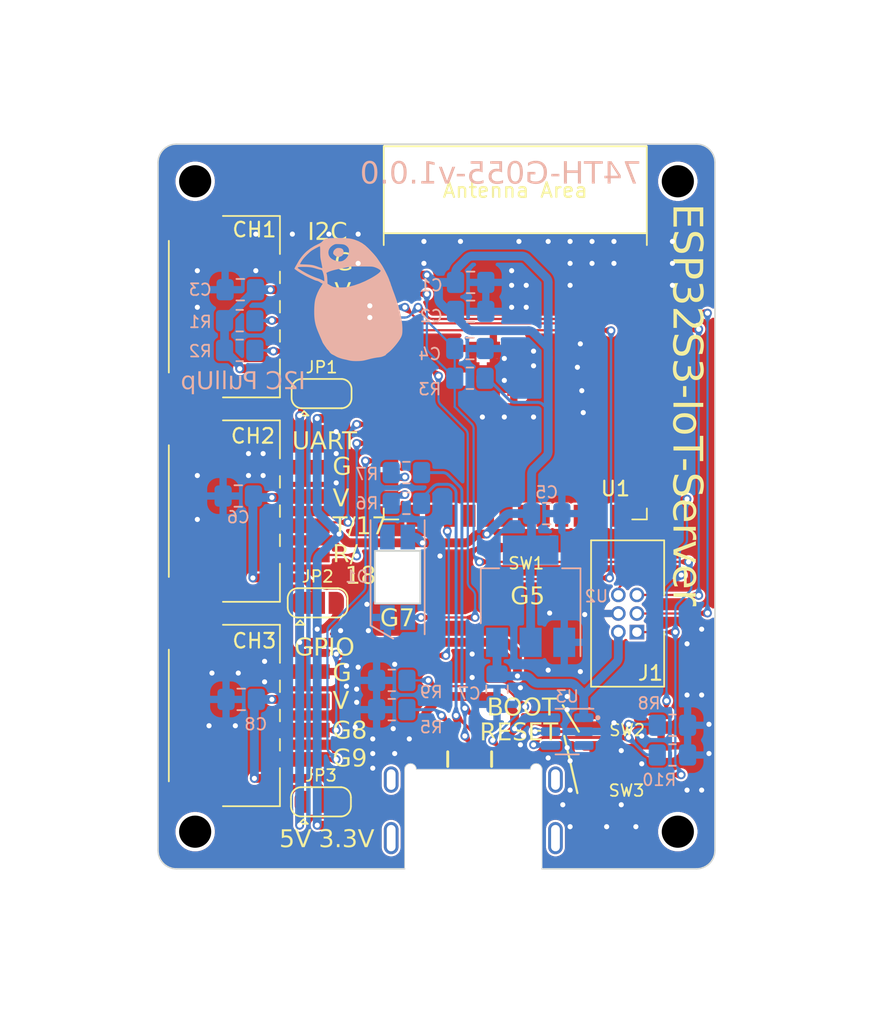
<source format=kicad_pcb>
(kicad_pcb (version 20240108) (generator "pcbnew") (generator_version "8.0")
  (title_block (title "ESP32S3-IoT-Server") (rev "v1.0.0") (company "Atsushi Morimoto (@74th)"))
  (layers (0 "F.Cu" signal) (31 "B.Cu" signal) (34 "B.Paste" user) (35 "F.Paste" user) (36 "B.SilkS" user "B.Silkscreen") (37 "F.SilkS" user "F.Silkscreen") (38 "B.Mask" user) (39 "F.Mask" user) (44 "Edge.Cuts" user))
  (net 0 "")
  (net 1 "+3V3")
  (net 2 "GND")
  (net 3 "+5V")
  (net 4 "/EN")
  (net 5 "Net-(CH1-VCC)")
  (net 6 "Net-(CH2-VCC)")
  (net 7 "Net-(CH3-VCC)")
  (net 9 "/LED")
  (net 10 "Net-(J2-VBUS)")
  (net 11 "/USBD-")
  (net 12 "/USBD+")
  (net 13 "Net-(J2-CC1)")
  (net 14 "Net-(J2-CC2)")
  (net 15 "/BOOT")
  (net 16 "/P.I2C-SCL")
  (net 17 "/P.I2C-SDA")
  (net 18 "/P.UART.RX")
  (net 19 "/P.UART.TX")
  (net 20 "/P.GPIO-D1")
  (net 21 "/P.GPIO-D0")
  (net 22 "/Prog-RX")
  (net 23 "/Prog-TX")
  (net 24 "Net-(U1-GPIO20{slash}U1CTS{slash}ADC2_CH9{slash}CLK_OUT1{slash}USB_D+)")
  (net 25 "Net-(U1-GPIO19{slash}U1RTS{slash}ADC2_CH8{slash}CLK_OUT2{slash}USB_D-)")
  (net 26 "Net-(U3-ISET)")
  (net 27 "Net-(U3-EN#)")
  (net 28 "/SW")
  (footprint "$74th:M2-Hole" (layer "F.Cu") (at 166.37 116.84)
    (property "Reference" "M4" (hide yes))
    (property "Value" "M2-Hole" (hide yes))
  )
  (footprint "74th:Connector_HY-2.0_SMD_4Pin" (layer "F.Cu") (at 140.85 80.96 -90)
    (property "Reference" "CH1")
    (property "Value" "I2C")
  )
  (footprint "74th:Connector_HY-2.0_SMD_4Pin" (layer "F.Cu") (at 140.85 108.9 -90)
    (property "Reference" "CH3")
    (property "Value" "GPIO")
  )
  (footprint "74th:Connector_USB-C-Receptacle_SMT_12-Pin_MidMount_Simple" (layer "F.Cu") (at 152.38 119.38)
    (property "Reference" "J2" (hide yes))
    (property "Value" "USB2.0_C_v3")
    (fp_line (start -4.7 -6.8) (end -4.7 0) (stroke (width 0.05)) (layer "Edge.Cuts"))
    (fp_line (start 3.9 -6.8) (end -3.9 -6.8) (stroke (width 0.05)) (layer "Edge.Cuts"))
    (fp_line (start 4.7 -6.8) (end 4.7 0) (stroke (width 0.05)) (layer "Edge.Cuts"))
    (fp_arc (start -4.7 -6.8) (mid -4.3 -7.193079) (end -3.9 -6.8) (stroke (width 0.05)) (layer "Edge.Cuts"))
    (fp_arc (start 3.9 -6.8) (mid 4.3 -7.193079) (end 4.7 -6.8) (stroke (width 0.05)) (layer "Edge.Cuts"))
  )
  (footprint "74th:Switch_SKRPABE010" (layer "F.Cu") (at 156 98.5)
    (property "Reference" "SW1")
    (property "Value" "G3" (hide yes))
  )
  (footprint "74th:Switch_SKRPABE010" (layer "F.Cu") (at 162.86 114.03 180)
    (property "Reference" "SW3")
    (property "Value" "RST" (hide yes))
  )
  (footprint "74th:SolderJumper-3" (layer "F.Cu") (at 142 86.9)
    (property "Reference" "JP1")
    (property "Value" "Jumper_3_Open")
  )
  (footprint "$74th:M2-Hole" (layer "F.Cu") (at 133.35 116.84)
    (property "Reference" "M3" (hide yes))
    (property "Value" "M2-Hole" (hide yes))
  )
  (footprint "74th:Connector_BoxPinHeader_2x03_P1.27mm" (layer "F.Cu") (at 162.935 101.93 180)
    (property "Reference" "J1")
    (property "Value" "Prog" (hide yes))
  )
  (footprint "74th:SolderJumper-3" (layer "F.Cu") (at 141.732 101.2)
    (property "Reference" "JP2")
    (property "Value" "Jumper_3_Open")
  )
  (footprint "74th:SolderJumper-3" (layer "F.Cu") (at 141.956 114.8)
    (property "Reference" "JP3")
    (property "Value" "Jumper_3_Open")
  )
  (footprint "74th:Switch_SKRPABE010" (layer "F.Cu") (at 162.9 109.9 180)
    (property "Reference" "SW2")
    (property "Value" "BOOT" (hide yes))
  )
  (footprint "$74th:M2-Hole" (layer "F.Cu") (at 166.37 72.39)
    (property "Reference" "M2" (hide yes))
    (property "Value" "M2-Hole" (hide yes))
  )
  (footprint "PCM_Espressif:ESP32-S3-WROOM-1" (layer "F.Cu") (at 155.25 85.75)
    (property "Reference" "U1")
    (property "Value" "ESP32-S3-WROOM-1")
  )
  (footprint "$74th:M2-Hole" (layer "F.Cu") (at 133.35 72.39)
    (property "Reference" "M1" (hide yes))
    (property "Value" "M2-Hole" (hide yes))
  )
  (footprint "74th:Connector_HY-2.0_SMD_4Pin" (layer "F.Cu") (at 140.85 94.93 -90)
    (property "Reference" "CH2")
    (property "Value" "UART")
  )
  (footprint "74th:Capacitor_0805_2012" (layer "B.Cu") (at 136.3 93.9 180)
    (property "Reference" "C6")
    (property "Value" "10u" (hide yes))
  )
  (footprint "74th:Register_0805_2012" (layer "B.Cu") (at 146.8 108.5 180)
    (property "Reference" "R5")
    (property "Value" "5.1k" (hide yes))
  )
  (footprint "74th:Capacitor_0805_2012" (layer "B.Cu") (at 136.4375 79.8 180)
    (property "Reference" "C3")
    (property "Value" "10u" (hide yes))
  )
  (footprint "74th:Register_0805_2012" (layer "B.Cu") (at 152.146 85.852 180)
    (property "Reference" "R3")
    (property "Value" "10k" (hide yes))
  )
  (footprint "74th:Register_0805_2012" (layer "B.Cu") (at 147.8 92.3 180)
    (property "Reference" "R7")
    (property "Value" "10" (hide yes))
  )
  (footprint "74th:Capacitor_0805_2012" (layer "B.Cu") (at 136.5 107.8 180)
    (property "Reference" "C8")
    (property "Value" "10u" (hide yes))
  )
  (footprint "74th:Capacitor_0805_2012" (layer "B.Cu") (at 152.1968 81.28)
    (property "Reference" "C2")
    (property "Value" "100n" (hide yes))
  )
  (footprint "74th:Package_SOT-223-3" (layer "B.Cu") (at 156.3 100.75 90)
    (property "Reference" "U2")
    (property "Value" "AMS1117-3.3" (hide yes))
  )
  (footprint "74th:Capacitor_0805_2012" (layer "B.Cu") (at 154 107.1 -90)
    (property "Reference" "C7")
    (property "Value" "22u" (hide yes))
  )
  (footprint "74th:Register_0805_2012" (layer "B.Cu") (at 136.398 81.915)
    (property "Reference" "R1")
    (property "Value" "1k(NC)" (hide yes))
  )
  (footprint "74th:Capacitor_0805_2012" (layer "B.Cu") (at 157.4 95.1)
    (property "Reference" "C5")
    (property "Value" "22u" (hide yes))
  )
  (footprint "74th:Register_0805_2012" (layer "B.Cu") (at 136.398 83.947)
    (property "Reference" "R2")
    (property "Value" "1k(NC)" (hide yes))
  )
  (footprint "74th:Register_0805_2012" (layer "B.Cu") (at 166 109.568)
    (property "Reference" "R8")
    (property "Value" "56k" (hide yes))
  )
  (footprint "$74th:74th-10mm" (layer "B.Cu") (at 144.1 80.9 180)
    (property "Reference" "G***" (hide yes))
    (property "Value" "LOGO" (hide yes))
  )
  (footprint "74th:Capacitor_0805_2012" (layer "B.Cu") (at 152.1968 79.2988)
    (property "Reference" "C1")
    (property "Value" "1u" (hide yes))
  )
  (footprint "74th:Register_0805_2012" (layer "B.Cu") (at 147.8 94.4 180)
    (property "Reference" "R6")
    (property "Value" "10" (hide yes))
  )
  (footprint "74th:Register_0805_2012" (layer "B.Cu") (at 146.8 106.5 180)
    (property "Reference" "R9")
    (property "Value" "5.1k" (hide yes))
  )
  (footprint "74th:Package_SOT-23-6" (layer "B.Cu") (at 158.8 110 180)
    (property "Reference" "U3")
    (property "Value" "CH217K")
  )
  (footprint "74th:LED_SK6812MINI-E_BACK-RIGHT" (layer "B.Cu") (at 147.2 99.45 90)
    (property "Reference" "D1")
    (property "Value" "SK6812MINI")
    (fp_line (start 1.8 -1.55) (end -1.8 -1.55) (stroke (width 0.12)) (layer "Edge.Cuts"))
    (fp_line (start -1.8 -1.55) (end -1.8 1.55) (stroke (width 0.12)) (layer "Edge.Cuts"))
    (fp_line (start 1.8 1.55) (end 1.8 -1.55) (stroke (width 0.12)) (layer "Edge.Cuts"))
    (fp_line (start -1.8 1.55) (end 1.8 1.55) (stroke (width 0.12)) (layer "Edge.Cuts"))
  )
  (footprint "74th:Register_0805_2012" (layer "B.Cu") (at 166 111.6)
    (property "Reference" "R10")
    (property "Value" "10k" (hide yes))
  )
  (footprint "74th:Capacitor_0805_2012" (layer "B.Cu") (at 152.146 83.82)
    (property "Reference" "C4")
    (property "Value" "100n" (hide yes))
  )
  (gr_line (start 158.6 110.3) (end 159.5 114.2) (stroke (width 0.15)) (layer "F.SilkS"))
  (gr_line (start 159.6 110) (end 158.5 108.2) (stroke (width 0.15)) (layer "F.SilkS"))
  (gr_arc (start 132.08 119.38) (mid 131.181974 119.008026) (end 130.81 118.11) (stroke (width 0.1)) (layer "Edge.Cuts"))
  (gr_line (start 147.68 119.38) (end 132.08 119.38) (stroke (width 0.1)) (layer "Edge.Cuts"))
  (gr_arc (start 168.91 118.11) (mid 168.538026 119.008026) (end 167.64 119.38) (stroke (width 0.1)) (layer "Edge.Cuts"))
  (gr_line (start 167.64 69.85) (end 132.08 69.85) (stroke (width 0.1)) (layer "Edge.Cuts"))
  (gr_line (start 130.81 71.12) (end 130.81 118.11) (stroke (width 0.1)) (layer "Edge.Cuts"))
  (gr_line (start 167.64 119.38) (end 157.08 119.38) (stroke (width 0.1)) (layer "Edge.Cuts"))
  (gr_arc (start 130.81 71.12) (mid 131.181974 70.221974) (end 132.08 69.85) (stroke (width 0.1)) (layer "Edge.Cuts"))
  (gr_arc (start 167.64 69.85) (mid 168.538026 70.221974) (end 168.91 71.12) (stroke (width 0.1)) (layer "Edge.Cuts"))
  (gr_line (start 168.91 71.12) (end 168.91 118.11) (stroke (width 0.1)) (layer "Edge.Cuts"))
  (gr_text "74TH-G055-${REVISION}" (at 163.9 72.8 0) (layer "B.SilkS") (effects (font (size 1.5 1.5) (thickness 0.12)) (justify left bottom mirror)))
  (gr_text "I2C PullUp" (at 140.9 86.8 0) (layer "B.SilkS") (effects (font (size 1.2 1.2) (thickness 0.12)) (justify left bottom mirror)))
  (gr_text "3.3V" (at 141.8 117.4 0) (layer "F.SilkS") (effects (font (size 1.2 1.2) (thickness 0.12)) (justify left)))
  (gr_text "G" (at 142.875 77.978 0) (layer "F.SilkS") (effects (font (size 1.2 1.2) (thickness 0.12)) (justify left)))
  (gr_text "G8" (at 142.748 109.982 0) (layer "F.SilkS") (effects (font (size 1.2 1.2) (thickness 0.12)) (justify left)))
  (gr_text "5V" (at 139.1 117.4 0) (layer "F.SilkS") (effects (font (size 1.2 1.2) (thickness 0.12)) (justify left)))
  (gr_text "V" (at 142.875 80.01 0) (layer "F.SilkS") (effects (font (size 1.2 1.2) (thickness 0.12)) (justify left)))
  (gr_text "G" (at 142.748 91.948 0) (layer "F.SilkS") (effects (font (size 1.2 1.2) (thickness 0.12)) (justify left)))
  (gr_text "D/2" (at 142.748 82.042 0) (layer "F.SilkS") (effects (font (size 1.2 1.2) (thickness 0.12)) (justify left)))
  (gr_text "G7" (at 146 102.3 0) (layer "F.SilkS") (effects (font (size 1.2 1.2) (thickness 0.12)) (justify left)))
  (gr_text "R/" (at 142.748 97.917 0) (layer "F.SilkS") (effects (font (size 1.2 1.2) (thickness 0.12)) (justify left)))
  (gr_text "18" (at 143.6 99.4 0) (layer "F.SilkS") (effects (font (size 1.2 1.2) (thickness 0.12)) (justify left)))
  (gr_text "ESP32S3-IoT-Server" (at 166.9 73.9 270) (layer "F.SilkS") (effects (font (size 2 2) (thickness 0.12)) (justify left)))
  (gr_text "C/1" (at 142.748 83.947 0) (layer "F.SilkS") (effects (font (size 1.2 1.2) (thickness 0.12)) (justify left)))
  (gr_text "G9" (at 142.748 111.887 0) (layer "F.SilkS") (effects (font (size 1.2 1.2) (thickness 0.12)) (justify left)))
  (gr_text "V" (at 142.748 94.107 0) (layer "F.SilkS") (effects (font (size 1.2 1.2) (thickness 0.12)) (justify left)))
  (gr_text "V" (at 142.748 107.95 0) (layer "F.SilkS") (effects (font (size 1.2 1.2) (thickness 0.12)) (justify left)))
  (gr_text "T/17" (at 142.748 96.012 0) (layer "F.SilkS") (effects (font (size 1.2 1.2) (thickness 0.12)) (justify left)))
  (gr_text "G" (at 142.748 106.045 0) (layer "F.SilkS") (effects (font (size 1.2 1.2) (thickness 0.12)) (justify left)))
  (segment (start 149.2 78.8) (end 146.54 78.8) (width 0.6) (layer "F.Cu") (net 1))
  (segment (start 142.746447 116.253553) (end 143.109554 115.890446) (width 0.6) (layer "F.Cu") (net 1))
  (segment (start 142.885553 102.314447) (end 142.346446 102.853554) (width 0.6) (layer "F.Cu") (net 1))
  (segment (start 143.032 101.2) (end 143.032 101.960893) (width 0.6) (layer "F.Cu") (net 1))
  (segment (start 143.153553 88.046447) (end 142.746446 88.453554) (width 0.6) (layer "F.Cu") (net 1))
  (segment (start 148.9 97.1) (end 144.007107 97.1) (width 0.6) (layer "F.Cu") (net 1))
  (segment (start 151.792893 97.1) (end 148.9 97.1) (width 0.6) (layer "F.Cu") (net 1))
  (segment (start 141.7 116.4) (end 142.392893 116.4) (width 0.6) (layer "F.Cu") (net 1))
  (segment (start 142.392893 88.6) (end 141.7 88.6) (width 0.6) (layer "F.Cu") (net 1))
  (segment (start 152.453553 96.646447) (end 152.146446 96.953554) (width 0.6) (layer "F.Cu") (net 1))
  (segment (start 143.653553 96.953553) (end 143.2 96.5) (width 0.6) (layer "F.Cu") (net 1))
  (segment (start 153.3 96.5) (end 152.807107 96.5) (width 0.6) (layer "F.Cu") (net 1))
  (segment (start 143.256 115.536893) (end 143.256 114.8) (width 0.6) (layer "F.Cu") (net 1))
  (segment (start 143.3 86.9) (end 143.3 87.692893) (width 0.6) (layer "F.Cu") (net 1))
  (segment (start 141.992893 103) (end 141.7 103) (width 0.6) (layer "F.Cu") (net 1))
  (via (at 141.7 103) (size 0.6) (drill 0.35) (layers "F.Cu" "B.Cu") (net 1))
  (via (at 141.7 88.6) (size 0.6) (drill 0.35) (layers "F.Cu" "B.Cu") (net 1))
  (via (at 141.7 116.4) (size 0.6) (drill 0.35) (layers "F.Cu" "B.Cu") (net 1))
  (via (at 149.2 78.8) (size 0.6) (drill 0.35) (layers "F.Cu" "B.Cu") (net 1))
  (via (at 153.3 96.5) (size 0.6) (drill 0.35) (layers "F.Cu" "B.Cu") (net 1))
  (via (at 143.2 96.5) (size 0.6) (drill 0.35) (layers "F.Cu" "B.Cu") (net 1))
  (via (at 148.9 97.1) (size 0.6) (drill 0.35) (layers "F.Cu" "B.Cu") (net 1))
  (arc (start 142.392893 88.6) (mid 142.584234 88.56194) (end 142.746446 88.453554) (width 0.6) (layer "F.Cu") (net 1))
  (arc (start 142.346446 102.853554) (mid 142.184234 102.96194) (end 141.992893 103) (width 0.6) (layer "F.Cu") (net 1))
  (arc (start 152.146446 96.953554) (mid 151.984234 97.06194) (end 151.792893 97.1) (width 0.6) (layer "F.Cu") (net 1))
  (arc (start 142.885553 102.314447) (mid 142.99394 102.152235) (end 143.032 101.960893) (width 0.6) (layer "F.Cu") (net 1))
  (arc (start 144.007107 97.1) (mid 143.815765 97.06194) (end 143.653553 96.953553) (width 0.6) (layer "F.Cu") (net 1))
  (arc (start 142.392893 116.4) (mid 142.584235 116.36194) (end 142.746447 116.253553) (width 0.6) (layer "F.Cu") (net 1))
  (arc (start 152.453553 96.646447) (mid 152.615765 96.53806) (end 152.807107 96.5) (width 0.6) (layer "F.Cu") (net 1))
  (arc (start 143.153553 88.046447) (mid 143.26194 87.884235) (end 143.3 87.692893) (width 0.6) (layer "F.Cu") (net 1))
  (arc (start 143.256 115.536893) (mid 143.21794 115.728234) (end 143.109554 115.890446) (width 0.6) (layer "F.Cu") (net 1))
  (segment (start 155.207107 87.5) (end 156.792893 87.5) (width 0.2) (layer "B.Cu") (net 1))
  (segment (start 141.846447 97.953553) (end 143.2 96.6) (width 0.6) (layer "B.Cu") (net 1))
  (segment (start 151.1593 79.2988) (end 149.905907 79.2988) (width 0.6) (layer "B.Cu") (net 1))
  (segment (start 156.3625 97.5375) (end 156.3625 95.1) (width 0.6) (layer "B.Cu") (net 1))
  (segment (start 156.046447 77.646447) (end 157.353554 78.953554) (width 0.6) (layer "B.Cu") (net 1))
  (segment (start 151.305747 78.294253) (end 151.953554 77.646446) (width 0.6) (layer "B.Cu") (net 1))
  (segment (start 157.5 84.4) (end 157.5 79.307107) (width 0.6) (layer "B.Cu") (net 1))
  (segment (start 157.5 84.4) (end 157.5 88) (width 0.6) (layer "B.Cu") (net 1))
  (segment (start 150.887107 81.28) (end 151.1593 81.28) (width 0.6) (layer "B.Cu") (net 1))
  (segment (start 154.553553 95.246447) (end 153.3 96.5) (width 0.6) (layer "B.Cu") (net 1))
  (segment (start 150 79.807107) (end 150 80.392893) (width 0.6) (layer "B.Cu") (net 1))
  (segment (start 157.353553 83.591053) (end 156.508946 82.746446) (width 0.6) (layer "B.Cu") (net 1))
  (segment (start 141.7 94.792893) (end 141.7 88.6) (width 0.6) (layer "B.Cu") (net 1))
  (segment (start 152.307107 82.6) (end 156.155393 82.6) (width 0.6) (layer "B.Cu") (net 1))
  (segment (start 157.146447 87.646447) (end 157.5 88) (width 0.2) (layer "B.Cu") (net 1))
  (segment (start 149.2 78.8) (end 149.853554 79.453554) (width 0.6) (layer "B.Cu") (net 1))
  (segment (start 153.352 85.852) (end 154.853554 87.353554) (width 0.2) (layer "B.Cu") (net 1))
  (segment (start 151.1593 79.2988) (end 151.1593 78.647807) (width 0.6) (layer "B.Cu") (net 1))
  (segment (start 156.3625 95.1) (end 156.3625 92.407107) (width 0.6) (layer "B.Cu") (net 1))
  (segment (start 156.2625 100.2) (end 156.2625 97.6375) (width 0.6) (layer "B.Cu") (net 1))
  (segment (start 150.146447 80.746447) (end 150.533554 81.133554) (width 0.6) (layer "B.Cu") (net 1))
  (segment (start 152.307107 77.5) (end 155.692893 77.5) (width 0.6) (layer "B.Cu") (net 1))
  (segment (start 156.3 100.2375) (end 156.2625 100.2) (width 0.6) (layer "B.Cu") (net 1))
  (segment (start 149.552353 79.152353) (end 149.2 78.8) (width 0.6) (layer "B.Cu") (net 1))
  (segment (start 141.7 116.4) (end 141.7 103) (width 0.6) (layer "B.Cu") (net 1))
  (segment (start 141.7 103) (end 141.7 98.307107) (width 0.6) (layer "B.Cu") (net 1))
  (segment (start 143.2 96.6) (end 143.2 96.5) (width 0.6) (layer "B.Cu") (net 1))
  (segment (start 157.5 84.6625) (end 157.5 84.4) (width 0.6) (layer "B.Cu") (net 1))
  (segment (start 148.9 97.1) (end 148.646446 96.846446) (width 0.6) (layer "B.Cu") (net 1))
  (segment (start 143.2 96.5) (end 141.846446 95.146446) (width 0.6) (layer "B.Cu") (net 1))
  (segment (start 157.5 84.6625) (end 157.5 83.944607) (width 0.6) (layer "B.Cu") (net 1))
  (segment (start 156.3 103.9) (end 156.3 100.2375) (width 0.6) (layer "B.Cu") (net 1))
  (segment (start 157.5 88) (end 157.5 90.855393) (width 0.6) (layer "B.Cu") (net 1))
  (segment (start 148.292893 96.7) (end 147.9 96.7) (width 0.6) (layer "B.Cu") (net 1))
  (segment (start 156.3625 95.1) (end 154.907107 95.1) (width 0.6) (layer "B.Cu") (net 1))
  (segment (start 151.1593 81.6593) (end 151.953554 82.453554) (width 0.6) (layer "B.Cu") (net 1))
  (segment (start 157.353553 91.208947) (end 156.508946 92.053554) (width 0.6) (layer "B.Cu") (net 1))
  (arc (start 157.353554 78.953554) (mid 157.46194 79.115766) (end 157.5 79.307107) (width 0.6) (layer "B.Cu") (net 1))
  (arc (start 150.146447 80.746447) (mid 150.03806 80.584235) (end 150 80.392893) (width 0.6) (layer "B.Cu") (net 1))
  (arc (start 152.307107 77.5) (mid 152.115766 77.53806) (end 151.953554 77.646446) (width 0.6) (layer "B.Cu") (net 1))
  (arc (start 157.146447 87.646447) (mid 156.984235 87.53806) (end 156.792893 87.5) (width 0.2) (layer "B.Cu") (net 1))
  (arc (start 149.552353 79.152353) (mid 149.714565 79.26074) (end 149.905907 79.2988) (width 0.6) (layer "B.Cu") (net 1))
  (arc (start 157.5 90.855393) (mid 157.46194 91.046735) (end 157.353553 91.208947) (width 0.6) (layer "B.Cu") (net 1))
  (arc (start 156.508946 82.746446) (mid 156.346734 82.63806) (end 156.155393 82.6) (width 0.6) (layer "B.Cu") (net 1))
  (arc (start 155.692893 77.5) (mid 155.884235 77.53806) (end 156.046447 77.646447) (width 0.6) (layer "B.Cu") (net 1))
  (arc (start 148.646446 96.846446) (mid 148.484234 96.73806) (end 148.292893 96.7) (width 0.6) (layer "B.Cu") (net 1))
  (arc (start 151.953554 82.453554) (mid 152.115766 82.56194) (end 152.307107 82.6) (width 0.6) (layer "B.Cu") (net 1))
  (arc (start 150.533554 81.133554) (mid 150.695766 81.24194) (end 150.887107 81.28) (width 0.6) (layer "B.Cu") (net 1))
  (arc (start 151.1593 78.647807) (mid 151.19736 78.456465) (end 151.305747 78.294253) (width 0.6) (layer "B.Cu") (net 1))
  (arc (start 154.907107 95.1) (mid 154.715765 95.13806) (end 154.553553 95.246447) (width 0.6) (layer "B.Cu") (net 1))
  (arc (start 141.846447 97.953553) (mid 141.73806 98.115765) (end 141.7 98.307107) (width 0.6) (layer "B.Cu") (net 1))
  (arc (start 141.846446 95.146446) (mid 141.73806 94.984234) (end 141.7 94.792893) (width 0.6) (layer "B.Cu") (net 1))
  (arc (start 157.5 83.944607) (mid 157.46194 83.753265) (end 157.353553 83.591053) (width 0.6) (layer "B.Cu") (net 1))
  (arc (start 150 79.807107) (mid 149.96194 79.615766) (end 149.853554 79.453554) (width 0.6) (layer "B.Cu") (net 1))
  (arc (start 156.508946 92.053554) (mid 156.40056 92.215766) (end 156.3625 92.407107) (width 0.6) (layer "B.Cu") (net 1))
  (arc (start 155.207107 87.5) (mid 155.015766 87.46194) (end 154.853554 87.353554) (width 0.2) (layer "B.Cu") (net 1))
  (segment (start 149.18 111.855) (end 148.762107 111.855) (width 0.6) (layer "F.Cu") (net 2))
  (segment (start 151.992893 97.9) (end 150.2 97.9) (width 0.3) (layer "F.Cu") (net 2))
  (segment (start 154.5 84.46) (end 155.15 83.81) (width 0.6) (layer "F.Cu") (net 2))
  (segment (start 154.5 85.86) (end 155.15 85.21) (width 0.6) (layer "F.Cu") (net 2))
  (segment (start 147.992893 111.5) (end 147 111.5) (width 0.6) (layer "F.Cu") (net 2))
  (segment (start 148.292893 110.5) (end 148 110.5) (width 0.6) (layer "F.Cu") (net 2))
  (segment (start 154.44 84.5) (end 153.75 83.81) (width 0.6) (layer "F.Cu") (net 2))
  (segment (start 149.033553 111.033553) (end 148.646446 110.646446) (width 0.6) (layer "F.Cu") (net 2))
  (segment (start 154.5 84.56) (end 155.15 85.21) (width 0.6) (layer "F.Cu") (net 2))
  (segment (start 154.5 84.5) (end 154.5 84.46) (width 0.6) (layer "F.Cu") (net 2))
  (segment (start 154.46 84.5) (end 153.75 85.21) (width 0.6) (layer "F.Cu") (net 2))
  (segment (start 153.75 85.25) (end 154.5 86) (width 0.6) (layer "F.Cu") (net 2))
  (segment (start 154.36 86) (end 153.75 86.61) (width 0.6) (layer "F.Cu") (net 2))
  (segment (start 154.5 84.5) (end 154.5 84.56) (width 0.6) (layer "F.Cu") (net 2))
  (segment (start 154.5 86) (end 154.5 85.86) (width 0.6) (layer "F.Cu") (net 2))
  (segment (start 158.325 97.425) (end 153.675 97.425) (width 0.6) (layer "F.Cu") (net 2))
  (segment (start 149.18 111.855) (end 149.18 111.387107) (width 0.6) (layer "F.Cu") (net 2))
  (segment (start 154.5 86) (end 154.36 86) (width 0.6) (layer "F.Cu") (net 2))
  (segment (start 154.5 84.5) (end 154.44 84.5) (width 0.6) (layer "F.Cu") (net 2))
  (segment (start 154.5 84.5) (end 154.46 84.5) (width 0.6) (layer "F.Cu") (net 2))
  (segment (start 154.54 86) (end 155.15 86.61) (width 0.6) (layer "F.Cu") (net 2))
  (segment (start 152.528553 97.571447) (end 152.346446 97.753554) (width 0.3) (layer "F.Cu") (net 2))
  (segment (start 153.675 97.425) (end 152.882107 97.425) (width 0.3) (layer "F.Cu") (net 2))
  (segment (start 150.2 97.9) (end 150.1 98) (width 0.3) (layer "F.Cu") (net 2))
  (segment (start 154.5 86) (end 154.54 86) (width 0.6) (layer "F.Cu") (net 2))
  (segment (start 148.408553 111.708553) (end 148.346446 111.646446) (width 0.6) (layer "F.Cu") (net 2))
  (via (at 159 76.5) (size 0.6) (drill 0.35) (layers "F.Cu" "B.Cu") (net 2))
  (via (at 166 78) (size 0.6) (drill 0.35) (layers "F.Cu" "B.Cu") (net 2))
  (via (at 156.5 84) (size 0.6) (drill 0.35) (layers "F.Cu" "B.Cu") (net 2))
  (via (at 145.1 101.3) (size 0.6) (drill 0.35) (layers "F.Cu" "B.Cu") (net 2))
  (via (at 156.5 85) (size 0.6) (drill 0.35) (layers "F.Cu" "B.Cu") (net 2))
  (via (at 155.5 76.5) (size 0.6) (drill 0.35) (layers "F.Cu" "B.Cu") (net 2))
  (via (at 155.6 110.9) (size 0.6) (drill 0.35) (layers "F.Cu" "B.Cu") (net 2))
  (via (at 162.5 115) (size 0.6) (drill 0.35) (layers "F.Cu" "B.Cu") (net 2))
  (via (at 157.6 101.9) (size 0.6) (drill 0.35) (layers "F.Cu" "B.Cu") (net 2))
  (via (at 154.5 88.5) (size 0.6) (drill 0.35) (layers "F.Cu" "B.Cu") (net 2))
  (via (at 147 105.4) (size 0.6) (drill 0.35) (layers "F.Cu" "B.Cu") (net 2))
  (via (at 133.5 78.5) (size 0.6) (drill 0.35) (layers "F.Cu" "B.Cu") (net 2))
  (via (at 157.5 111.8) (size 0.6) (drill 0.35) (layers "F.Cu" "B.Cu") (net 2))
  (via (at 133.5 92.5) (size 0.6) (drill 0.35) (layers "F.Cu" "B.Cu") (net 2))
  (via (at 150.1 98) (size 0.6) (drill 0.35) (layers "F.Cu" "B.Cu") (net 2))
  (via (at 156 81) (size 0.6) (drill 0.35) (layers "F.Cu" "B.Cu") (net 2))
  (via (at 143.7 106.9) (size 0.6) (drill 0.35) (layers "F.Cu" "B.Cu") (net 2))
  (via (at 167 104) (size 0.6) (drill 0.35) (layers "F.Cu" "B.Cu") (net 2))
  (via (at 137 92.5) (size 0.6) (drill 0.35) (layers "F.Cu" "B.Cu") (net 2))
  (via (at 144.4 108) (size 0.6) (drill 0.35) (layers "F.Cu" "B.Cu") (net 2))
  (via (at 154.5 86) (size 0.6) (drill 0.35) (layers "F.Cu" "B.Cu") (net 2))
  (via (at 154.5 84.5) (size 0.6) (drill 0.35) (layers "F.Cu" "B.Cu") (net 2))
  (via (at 168.5 111.5) (size 0.6) (drill 0.35) (layers "F.Cu" "B.Cu") (net 2))
  (via (at 158.5 115) (size 0.6) (drill 0.35) (layers "F.Cu" "B.Cu") (net 2))
  (via (at 159.8 86.7) (size 0.6) (drill 0.35) (layers "F.Cu" "B.Cu") (net 2))
  (via (at 147 111.5) (size 0.6) (drill 0.35) (layers "F.Cu" "B.Cu") (net 2))
  (via (at 159.7 83.5) (size 0.6) (drill 0.35) (layers "F.Cu" "B.Cu") (net 2))
  (via (at 156 79.5) (size 0.6) (drill 0.35) (layers "F.Cu" "B.Cu") (net 2))
  (via (at 159 116.5) (size 0.6) (drill 0.35) (layers "F.Cu" "B.Cu") (net 2))
  (via (at 157.5 105.8) (size 0.6) (drill 0.35) (layers "F.Cu" "B.Cu") (net 2))
  (via (at 160.5 76.5) (size 0.6) (drill 0.35) (layers "F.Cu" "B.Cu") (net 2))
  (via (at 155 78.5) (size 0.6) (drill 0.35) (layers "F.Cu" "B.Cu") (net 2))
  (via (at 168 103) (size 0.6) (drill 0.35) (layers "F.Cu" "B.Cu") (net 2))
  (via (at 159.9 88.2) (size 0.6) (drill 0.35) (layers "F.Cu" "B.Cu") (net 2))
  (via (at 145.5 111.5) (size 0.6) (drill 0.35) (layers "F.Cu" "B.Cu") (net 2))
  (via (at 160.5 78) (size 0.6) (drill 0.35) (layers "F.Cu" "B.Cu") (net 2))
  (via (at 137.5 78.5) (size 0.6) (drill 0.35) (layers "F.Cu" "B.Cu") (net 2))
  (via (at 133.5 81) (size 0.6) (drill 0.35) (layers "F.Cu" "B.Cu") (net 2))
  (via (at 138.1 105.2) (size 0.6) (drill 0.35) (layers "F.Cu" "B.Cu") (net 2))
  (via (at 144.5 78) (size 0.6) (drill 0.35) (layers "F.Cu" "B.Cu") (net 2))
  (via (at 159 112) (size 0.6) (drill 0.35) (layers "F.Cu" "B.Cu") (net 2))
  (via (at 162.5 111.3) (size 0.6) (drill 0.35) (layers "F.Cu" "B.Cu") (net 2))
  (via (at 168.5 109.5) (size 0.6) (drill 0.35) (layers "F.Cu" "B.Cu") (net 2))
  (via (at 149 78) (size 0.6) (drill 0.35) (layers "F.Cu" "B.Cu") (net 2))
  (via (at 167 114) (size 0.6) (drill 0.35) (layers "F.Cu" "B.Cu") (net 2))
  (via (at 137 91) (size 0.6) (drill 0.35) (layers "F.Cu" "B.Cu") (net 2))
  (via (at 143.7 105.5) (size 0.6) (drill 0.35) (layers "F.Cu" "B.Cu") (net 2))
  (via (at 134.3 109.6) (size 0.6) (drill 0.35) (layers "F.Cu" "B.Cu") (net 2))
  (via (at 162 76.5) (size 0.6) (drill 0.35) (layers "F.Cu" "B.Cu") (net 2))
  (via (at 134.5 106) (size 0.6) (drill 0.35) (layers "F.Cu" "B.Cu") (net 2))
  (via (at 158.8 108.5) (size 0.6) (drill 0.35) (layers "F.Cu" "B.Cu") (net 2))
  (via (at 162 109.4) (size 0.6) (drill 0.35) (layers "F.Cu" "B.Cu") (net 2))
  (via (at 143 93) (size 0.6) (drill 0.35) (layers "F.Cu" "B.Cu") (net 2))
  (via (at 159 78) (size 0.6) (drill 0.35) (layers "F.Cu" "B.Cu") (net 2))
  (via (at 143.3 103.1) (size 0.6) (drill 0.35) (layers "F.Cu" "B.Cu") (net 2))
  (via (at 140 76) (size 0.6) (drill 0.35) (layers "F.Cu" "B.Cu") (net 2))
  (via (at 137.5 76) (size 0.6) (drill 0.35) (layers "F.Cu" "B.Cu") (net 2))
  (via (at 152.3 104.7) (size 0.6) (drill 0.35) (layers "F.Cu" "B.Cu") (net 2))
  (via (at 155 79.5) (size 0.6) (drill 0.35) (layers "F.Cu" "B.Cu") (net 2))
  (via (at 159 79.5) (size 0.6) (drill 0.35) (layers "F.Cu" "B.Cu") (net 2))
  (via (at 168 114) (size 0.6) (drill 0.35) (layers "F.Cu" "B.Cu") (net 2))
  (via (at 161.5 116.5) (size 0.6) (drill 0.35) (layers "F.Cu" "B.Cu") (net 2))
  (via (at 138 91) (size 0.6) (drill 0.35) (layers "F.Cu" "B.Cu") (net 2))
  (via (at 145.5 110.5) (size 0.6) (drill 0.35) (layers "F.Cu" "B.Cu") (net 2))
  (via (at 144.5 76) (size 0.6) (drill 0.35) (layers "F.Cu" "B.Cu") (net 2))
  (via (at 159.7 105.9) (size 0.6) (drill 0.35) (layers "F.Cu" "B.Cu") (net 2))
  (via (at 159.5 85.1) (size 0.6) (drill 0.35) (layers "F.Cu" "B.Cu") (net 2))
  (via (at 148 110.5) (size 0.6) (drill 0.35) (layers "F.Cu" "B.Cu") (net 2))
  (via (at 159 114) (size 0.6) (drill 0.35) (layers "F.Cu" "B.Cu") (net 2))
  (via (at 144.4 107.1) (size 0.6) (drill 0.35) (layers "F.Cu" "B.Cu") (net 2))
  (via (at 146.9 109.8) (size 0.6) (drill 0.35) (layers "F.Cu" "B.Cu") (net 2))
  (via (at 163.9 110.3) (size 0.6) (drill 0.35) (layers "F.Cu" "B.Cu") (net 2))
  (via (at 138 92.5) (size 0.6) (drill 0.35) (layers "F.Cu" "B.Cu") (net 2))
  (via (at 158.8 107.6) (size 0.6) (drill 0.35) (layers "F.Cu" "B.Cu") (net 2))
  (via (at 138.1 106.6) (size 0.6) (drill 0.35) (layers "F.Cu" "B.Cu") (net 2))
  (via (at 152.3 106.3) (size 0.6) (drill 0.35) (layers "F.Cu" "B.Cu") (net 2))
  (via (at 163.9 112.2) (size 0.6) (drill 0.35) (layers "F.Cu" "B.Cu") (net 2))
  (via (at 136.1 109.6) (size 0.6) (drill 0.35) (layers "F.Cu" "B.Cu") (net 2))
  (via (at 160 102) (size 0.6) (drill 0.35) (layers "F.Cu" "B.Cu") (net 2))
  (via (at 133.5 95.5) (size 0.6) (drill 0.35) (layers "F.Cu" "B.Cu") (net 2))
  (via (at 157.5 76.5) (size 0.6) (drill 0.35) (layers "F.Cu" "B.Cu") (net 2))
  (via (at 158.8 111.1) (size 0.6) (drill 0.35) (layers "F.Cu" "B.Cu") (net 2))
  (via (at 145.5 112.5) (size 0.6) (drill 0.35) (layers "F.Cu" "B.Cu") (net 2))
  (via (at 155.6 107) (size 0.6) (drill 0.35) (layers "F.Cu" "B.Cu") (net 2))
  (via (at 145.2 103.1) (size 0.6) (drill 0.35) (layers "F.Cu" "B.Cu") (net 2))
  (via (at 168 107.5) (size 0.6) (drill 0.35) (layers "F.Cu" "B.Cu") (net 2))
  (via (at 166 76.5) (size 0.6) (drill 0.35) (layers "F.Cu" "B.Cu") (net 2))
  (via (at 162 78) (size 0.6) (drill 0.35) (layers "F.Cu" "B.Cu") (net 2))
  (via (at 166 79.5) (size 0.6) (drill 0.35) (layers "F.Cu" "B.Cu") (net 2))
  (via (at 143 91) (size 0.6) (drill 0.35) (layers "F.Cu" "B.Cu") (net 2))
  (via (at 136.3 106) (size 0.6) (drill 0.35) (layers "F.Cu" "B.Cu") (net 2))
  (via (at 149 76.5) (size 0.6) (drill 0.35) (layers "F.Cu" "B.Cu") (net 2))
  (via (at 142.5 76) (size 0.6) (drill 0.35) (layers "F.Cu" "B.Cu") (net 2))
  (via (at 156.5 88.5) (size 0.6) (drill 0.35) (layers "F.Cu" "B.Cu") (net 2))
  (via (at 167 107.5) (size 0.6) (drill 0.35) (layers "F.Cu" "B.Cu") (net 2))
  (via (at 143 89.5) (size 0.6) (drill 0.35) (layers "F.Cu" "B.Cu") (net 2))
  (via (at 163.5 116.5) (size 0.6) (drill 0.35) (layers "F.Cu" "B.Cu") (net 2))
  (via (at 155 81) (size 0.6) (drill 0.35) (layers "F.Cu" "B.Cu") (net 2))
  (via (at 151.5 76.5) (size 0.6) (drill 0.35) (layers "F.Cu" "B.Cu") (net 2))
  (via (at 144.5 105.6) (size 0.6) (drill 0.35) (layers "F.Cu" "B.Cu") (net 2))
  (via (at 144.3 109.7) (size 0.6) (drill 0.35) (layers "F.Cu" "B.Cu") (net 2))
  (via (at 153 88.5) (size 0.6) (drill 0.35) (layers "F.Cu" "B.Cu") (net 2))
  (via (at 155.8 110.3) (size 0.6) (drill 0.35) (layers "F.Cu" "B.Cu") (net 2))
  (arc (start 152.882107 97.425) (mid 152.690765 97.46306) (end 152.528553 97.571447) (width 0.3) (layer "F.Cu") (net 2))
  (arc (start 148.292893 110.5) (mid 148.484234 110.53806) (end 148.646446 110.646446) (width 0.6) (layer "F.Cu") (net 2))
  (arc (start 149.18 111.387107) (mid 149.14194 111.195765) (end 149.033553 111.033553) (width 0.6) (layer "F.Cu") (net 2))
  (arc (start 152.346446 97.753554) (mid 152.184234 97.86194) (end 151.992893 97.9) (width 0.3) (layer "F.Cu") (net 2))
  (arc (start 148.408553 111.708553) (mid 148.570765 111.81694) (end 148.762107 111.855) (width 0.6) (layer "F.Cu") (net 2))
  (arc (start 147.992893 111.5) (mid 148.184234 111.53806) (end 148.346446 111.646446) (width 0.6) (layer "F.Cu") (net 2))
  (segment (start 140.5 116.4) (end 140.5 114.956) (width 0.6) (layer "F.Cu") (net 3))
  (segment (start 140.5 103.9) (end 140.5 101.268) (width 0.6) (layer "F.Cu") (net 3))
  (segment (start 154.492893 103.9) (end 140.5 103.9) (width 0.6) (layer "F.Cu") (net 3))
  (segment (start 140.5 88.4) (end 140.553554 88.346446) (width 0.6) (layer "F.Cu") (net 3))
  (segment (start 155.253553 104.453553) (end 154.846446 104.046446) (width 0.6) (layer "F.Cu") (net 3))
  (segment (start 155.4 106.2) (end 155.4 104.807107) (width 0.6) (layer "F.Cu") (net 3))
  (segment (start 140.7 87.992893) (end 140.7 86.9) (width 0.6) (layer "F.Cu") (net 3))
  (via (at 140.5 88.4) (size 0.6) (drill 0.35) (layers "F.Cu" "B.Cu") (net 3))
  (via (at 140.5 103.9) (size 0.6) (drill 0.35) (layers "F.Cu" "B.Cu") (net 3))
  (via (at 140.5 116.4) (size 0.6) (drill 0.35) (layers "F.Cu" "B.Cu") (net 3))
  (via (at 155.4 106.2) (size 0.6) (drill 0.35) (layers "F.Cu" "B.Cu") (net 3))
  (arc (start 140.553554 88.346446) (mid 140.66194 88.184234) (end 140.7 87.992893) (width 0.6) (layer "F.Cu") (net 3))
  (arc (start 154.846446 104.046446) (mid 154.684234 103.93806) (end 154.492893 103.9) (width 0.6) (layer "F.Cu") (net 3))
  (arc (start 155.253553 104.453553) (mid 155.36194 104.615765) (end 155.4 104.807107) (width 0.6) (layer "F.Cu") (net 3))
  (segment (start 154 106.0625) (end 154 103.9) (width 0.6) (layer "B.Cu") (net 3))
  (segment (start 140.5 88.4) (end 140.5 103.9) (width 0.6) (layer "B.Cu") (net 3))
  (segment (start 159.9375 107.5) (end 159.9375 109.05) (width 0.6) (layer "B.Cu") (net 3))
  (segment (start 159.346447 106.846447) (end 159.9375 107.4375) (width 0.6) (layer "B.Cu") (net 3))
  (segment (start 156.807107 106.7) (end 158.992893 106.7) (width 0.6) (layer "B.Cu") (net 3))
  (segment (start 159.9375 107.4375) (end 159.9375 107.5) (width 0.6) (layer "B.Cu") (net 3))
  (segment (start 162.153553 105.283947) (end 159.9375 107.5) (width 0.6) (layer "B.Cu") (net 3))
  (segment (start 162.3 103.2) (end 162.3 104.930393) (width 0.6) (layer "B.Cu") (net 3))
  (segment (start 140.5 116.4) (end 140.5 103.9) (width 0.6) (layer "B.Cu") (net 3))
  (segment (start 156.246447 106.346447) (end 156.453554 106.553554) (width 0.6) (layer "B.Cu") (net 3))
  (segment (start 154.1375 106.2) (end 155.892893 106.2) (width 0.6) (layer "B.Cu") (net 3))
  (arc (start 156.246447 106.346447) (mid 156.084235 106.23806) (end 155.892893 106.2) (width 0.6) (layer "B.Cu") (net 3))
  (arc (start 156.807107 106.7) (mid 156.615766 106.66194) (end 156.453554 106.553554) (width 0.6) (layer "B.Cu") (net 3))
  (arc (start 162.153553 105.283947) (mid 162.26194 105.121735) (end 162.3 104.930393) (width 0.6) (layer "B.Cu") (net 3))
  (arc (start 158.992893 106.7) (mid 159.184235 106.73806) (end 159.346447 106.846447) (width 0.6) (layer "B.Cu") (net 3))
  (segment (start 166.2 103.2) (end 163.57 103.2) (width 0.15) (layer "F.Cu") (net 4))
  (segment (start 149.2 80.1) (end 146.57 80.1) (width 0.15) (layer "F.Cu") (net 4))
  (segment (start 165.185 112.955) (end 160.535 112.955) (width 0.15) (layer "F.Cu") (net 4))
  (segment (start 152.8 98.4) (end 167.1 98.4) (width 0.15) (layer "F.Cu") (net 4))
  (segment (start 166.6 112.955) (end 165.185 112.955) (width 0.15) (layer "F.Cu") (net 4))
  (via (at 152.8 98.4) (size 0.6) (drill 0.35) (layers "F.Cu" "B.Cu") (net 4))
  (via (at 167.1 98.4) (size 0.6) (drill 0.35) (layers "F.Cu" "B.Cu") (net 4))
  (via (at 166.2 103.2) (size 0.6) (drill 0.35) (layers "F.Cu" "B.Cu") (net 4))
  (via (at 166.6 112.955) (size 0.6) (drill 0.35) (layers "F.Cu" "B.Cu") (net 4))
  (via (at 149.2 80.1) (size 0.6) (drill 0.35) (layers "F.Cu" "B.Cu") (net 4))
  (segment (start 152.4 97.792893) (end 152.4 89.307107) (width 0.15) (layer "B.Cu") (net 4))
  (segment (start 166.2 103.2) (end 166.2 101.607107) (width 0.15) (layer "B.Cu") (net 4))
  (segment (start 167.153553 98.453553) (end 167.1 98.4) (width 0.15) (layer "B.Cu") (net 4))
  (segment (start 151.1085 85.852) (end 149.346446 84.089946) (width 0.15) (layer "B.Cu") (net 4))
  (segment (start 152.8 98.4) (end 152.546446 98.146446) (width 0.15) (layer "B.Cu") (net 4))
  (segment (start 166.2 112.092893) (end 166.2 103.2) (width 0.15) (layer "B.Cu") (net 4))
  (segment (start 151.1085 87.7915) (end 151.1085 85.852) (width 0.15) (layer "B.Cu") (net 4))
  (segment (start 167.3 100.092893) (end 167.3 98.807107) (width 0.15) (layer "B.Cu") (net 4))
  (segment (start 152.253553 88.953553) (end 151.1 87.8) (width 0.15) (layer "B.Cu") (net 4))
  (segment (start 151.1085 85.852) (end 151.1085 83.82) (width 0.15) (layer "B.Cu") (net 4))
  (segment (start 166.453553 112.553553) (end 166.346446 112.446446) (width 0.15) (layer "B.Cu") (net 4))
  (segment (start 149.2 81.6) (end 149.2 80.1) (width 0.15) (layer "B.Cu") (net 4))
  (segment (start 166.346447 101.253553) (end 167.153554 100.446446) (width 0.15) (layer "B.Cu") (net 4))
  (segment (start 151.1 87.8) (end 151.1085 87.7915) (width 0.15) (layer "B.Cu") (net 4))
  (segment (start 149.2 81.704393) (end 149.2 81.6) (width 0.15) (layer "B.Cu") (net 4))
  (segment (start 149.2 83.736393) (end 149.2 81.6) (width 0.15) (layer "B.Cu") (net 4))
  (segment (start 166.6 112.955) (end 166.6 112.907107) (width 0.15) (layer "B.Cu") (net 4))
  (segment (start 151.1085 83.82) (end 149.346446 82.057946) (width 0.15) (layer "B.Cu") (net 4))
  (arc (start 149.2 83.736393) (mid 149.23806 83.927734) (end 149.346446 84.089946) (width 0.15) (layer "B.Cu") (net 4))
  (arc (start 167.3 100.092893) (mid 167.26194 100.284234) (end 167.153554 100.446446) (width 0.15) (layer "B.Cu") (net 4))
  (arc (start 166.346446 112.446446) (mid 166.23806 112.284234) (end 166.2 112.092893) (width 0.15) (layer "B.Cu") (net 4))
  (arc (start 152.546446 98.146446) (mid 152.43806 97.984234) (end 152.4 97.792893) (width 0.15) (layer "B.Cu") (net 4))
  (arc (start 166.2 101.607107) (mid 166.23806 101.415765) (end 166.346447 101.253553) (width 0.15) (layer "B.Cu") (net 4))
  (arc (start 167.153553 98.453553) (mid 167.26194 98.615765) (end 167.3 98.807107) (width 0.15) (layer "B.Cu") (net 4))
  (arc (start 166.453553 112.553553) (mid 166.56194 112.715765) (end 166.6 112.907107) (width 0.15) (layer "B.Cu") (net 4))
  (arc (start 152.253553 88.953553) (mid 152.36194 89.115765) (end 152.4 89.307107) (width 0.15) (layer "B.Cu") (net 4))
  (arc (start 149.2 81.704393) (mid 149.23806 81.895734) (end 149.346446 82.057946) (width 0.15) (layer "B.Cu") (net 4))
  (segment (start 141.092893 85.2) (end 136.4 85.2) (width 0.6) (layer "F.Cu") (net 5))
  (segment (start 142 86.9) (end 142 86.107107) (width 0.6) (layer "F.Cu") (net 5))
  (segment (start 138.5 79.8) (end 140.69 79.8) (width 0.6) (layer "F.Cu") (net 5))
  (segment (start 141.853553 85.753553) (end 141.446446 85.346446) (width 0.6) (layer "F.Cu") (net 5))
  (via (at 136.4 85.2) (size 0.6) (drill 0.35) (layers "F.Cu" "B.Cu") (net 5))
  (via (at 138.5 79.8) (size 0.6) (drill 0.35) (layers "F.Cu" "B.Cu") (net 5))
  (arc (start 141.092893 85.2) (mid 141.284234 85.23806) (end 141.446446 85.346446) (width 0.6) (layer "F.Cu") (net 5))
  (arc (start 141.853553 85.753553) (mid 141.96194 85.915765) (end 142 86.107107) (width 0.6) (layer "F.Cu") (net 5))
  (segment (start 135.3605 83.947) (end 135.3605 81.915) (width 0.6) (layer "B.Cu") (net 5))
  (segment (start 136.253553 84.840053) (end 135.3605 83.947) (width 0.6) (layer "B.Cu") (net 5))
  (segment (start 136.4 85.2) (end 136.4 85.193607) (width 0.6) (layer "B.Cu") (net 5))
  (segment (start 135.3605 81.9145) (end 137.475 79.8) (width 0.6) (layer "B.Cu") (net 5))
  (segment (start 137.475 79.8) (end 138.5 79.8) (width 0.6) (layer "B.Cu") (net 5))
  (arc (start 136.253553 84.840053) (mid 136.36194 85.002265) (end 136.4 85.193607) (width 0.6) (layer "B.Cu") (net 5))
  (segment (start 138.6 94) (end 140.78 94) (width 0.6) (layer "F.Cu") (net 6))
  (segment (start 141.732 101.2) (end 141.732 100.639107) (width 0.6) (layer "F.Cu") (net 6))
  (segment (start 140.592893 99.5) (end 137.3 99.5) (width 0.6) (layer "F.Cu") (net 6))
  (segment (start 141.585553 100.285553) (end 140.946446 99.646446) (width 0.6) (layer "F.Cu") (net 6))
  (via (at 137.3 99.5) (size 0.6) (drill 0.35) (layers "F.Cu" "B.Cu") (net 6))
  (via (at 138.6 94) (size 0.6) (drill 0.35) (layers "F.Cu" "B.Cu") (net 6))
  (arc (start 140.946446 99.646446) (mid 140.784234 99.53806) (end 140.592893 99.5) (width 0.6) (layer "F.Cu") (net 6))
  (arc (start 141.585553 100.285553) (mid 141.69394 100.447765) (end 141.732 100.639107) (width 0.6) (layer "F.Cu") (net 6))
  (segment (start 137.4375 94) (end 138.6 94) (width 0.6) (layer "B.Cu") (net 6))
  (segment (start 137.3 99.5) (end 137.3 95.8) (width 0.6) (layer "B.Cu") (net 6))
  (segment (start 137.3 95.8) (end 137.3 93.9375) (width 0.6) (layer "B.Cu") (net 6))
  (segment (start 137.3 95.8) (end 137.3 94.1625) (width 0.6) (layer "B.Cu") (net 6))
  (segment (start 141.956 114.8) (end 141.956 114.163107) (width 0.6) (layer "F.Cu") (net 7))
  (segment (start 140.992893 113.2) (end 137.4 113.2) (width 0.6) (layer "F.Cu") (net 7))
  (segment (start 138.6 107.8) (end 140.75 107.8) (width 0.6) (layer "F.Cu") (net 7))
  (segment (start 141.809553 113.809553) (end 141.346446 113.346446) (width 0.6) (layer "F.Cu") (net 7))
  (via (at 138.6 107.8) (size 0.6) (drill 0.35) (layers "F.Cu" "B.Cu") (net 7))
  (via (at 137.4 113.2) (size 0.6) (drill 0.35) (layers "F.Cu" "B.Cu") (net 7))
  (arc (start 140.992893 113.2) (mid 141.184234 113.23806) (end 141.346446 113.346446) (width 0.6) (layer "F.Cu") (net 7))
  (arc (start 141.956 114.163107) (mid 141.91794 113.971765) (end 141.809553 113.809553) (width 0.6) (layer "F.Cu") (net 7))
  (segment (start 137.4 113.2) (end 137.4 107.9375) (width 0.6) (layer "B.Cu") (net 7))
  (segment (start 137.5375 107.8) (end 138.6 107.8) (width 0.6) (layer "B.Cu") (net 7))
  (segment (start 150 85.7) (end 149.556446 85.256446) (width 0.15) (layer "F.Cu") (net 9))
  (segment (start 148.8 102.2) (end 152.5 102.2) (width 0.15) (layer "F.Cu") (net 9))
  (segment (start 149.202893 85.11) (end 146.5 85.11) (width 0.15) (layer "F.Cu") (net 9))
  (via (at 148.8 102.2) (size 0.6) (drill 0.35) (layers "F.Cu" "B.Cu") (net 9))
  (via (at 152.5 102.2) (size 0.6) (drill 0.35) (layers "F.Cu" "B.Cu") (net 9))
  (via (at 150 85.7) (size 0.6) (drill 0.35) (layers "F.Cu" "B.Cu") (net 9))
  (arc (start 149.556446 85.256446) (mid 149.394234 85.14806) (end 149.202893 85.11) (width 0.15) (layer "F.Cu") (net 9))
  (segment (start 152.5 102.2) (end 152.5 100.707107) (width 0.15) (layer "B.Cu") (net 9))
  (segment (start 150 87.292893) (end 150 85.7) (width 0.15) (layer "B.Cu") (net 9))
  (segment (start 150.146447 87.646447) (end 151.853554 89.353554) (width 0.15) (layer "B.Cu") (net 9))
  (segment (start 152 99.792893) (end 152 89.707107) (width 0.15) (layer "B.Cu") (net 9))
  (segment (start 147.9 102.2) (end 148.8 102.2) (width 0.15) (layer "B.Cu") (net 9))
  (segment (start 152.353553 100.353553) (end 152.146446 100.146446) (width 0.15) (layer "B.Cu") (net 9))
  (arc (start 150 87.292893) (mid 150.03806 87.484235) (end 150.146447 87.646447) (width 0.15) (layer "B.Cu") (net 9))
  (arc (start 152 89.707107) (mid 151.96194 89.515766) (end 151.853554 89.353554) (width 0.15) (layer "B.Cu") (net 9))
  (arc (start 152.146446 100.146446) (mid 152.03806 99.984234) (end 152 99.792893) (width 0.15) (layer "B.Cu") (net 9))
  (arc (start 152.353553 100.353553) (mid 152.46194 100.515765) (end 152.5 100.707107) (width 0.15) (layer "B.Cu") (net 9))
  (segment (start 149.246447 110.146447) (end 149.833554 110.733554) (width 0.6) (layer "F.Cu") (net 10))
  (segment (start 153.892893 107.6) (end 150.407107 107.6) (width 0.6) (layer "F.Cu") (net 10))
  (segment (start 149.98 111.087107) (end 149.98 111.855) (width 0.6) (layer "F.Cu") (net 10))
  (segment (start 150.053553 107.746447) (end 149.246446 108.553554) (width 0.6) (layer "F.Cu") (net 10))
  (segment (start 155.053553 108.553553) (end 154.246446 107.746446) (width 0.6) (layer "F.Cu") (net 10))
  (segment (start 155.2 109.8) (end 154.926446 110.073554) (width 0.6) (layer "F.Cu") (net 10))
  (segment (start 155.2 109.8) (end 155.2 108.907107) (width 0.6) (layer "F.Cu") (net 10))
  (segment (start 149.1 108.907107) (end 149.1 109.792893) (width 0.6) (layer "F.Cu") (net 10))
  (segment (start 154.78 110.427107) (end 154.78 111.855) (width 0.6) (layer "F.Cu") (net 10))
  (via (at 155.2 109.8) (size 0.6) (drill 0.35) (layers "F.Cu" "B.Cu") (net 10))
  (arc (start 149.246447 110.146447) (mid 149.13806 109.984235) (end 149.1 109.792893) (width 0.6) (layer "F.Cu") (net 10))
  (arc (start 155.053553 108.553553) (mid 155.16194 108.715765) (end 155.2 108.907107) (width 0.6) (layer "F.Cu") (net 10))
  (arc (start 153.892893 107.6) (mid 154.084234 107.63806) (end 154.246446 107.746446) (width 0.6) (layer "F.Cu") (net 10))
  (arc (start 149.1 108.907107) (mid 149.13806 108.715766) (end 149.246446 108.553554) (width 0.6) (layer "F.Cu") (net 10))
  (arc (start 149.833554 110.733554) (mid 149.94194 110.895766) (end 149.98 111.087107) (width 0.6) (layer "F.Cu") (net 10))
  (arc (start 150.407107 107.6) (mid 150.215765 107.63806) (end 150.053553 107.746447) (width 0.6) (layer "F.Cu") (net 10))
  (arc (start 154.78 110.427107) (mid 154.81806 110.235766) (end 154.926446 110.073554) (width 0.6) (layer "F.Cu") (net 10))
  (segment (start 155.2 109.8) (end 155.803554 109.196446) (width 0.6) (layer "B.Cu") (net 10))
  (segment (start 156.157107 109.05) (end 157.6625 109.05) (width 0.6) (layer "B.Cu") (net 10))
  (arc (start 156.157107 109.05) (mid 155.965766 109.08806) (end 155.803554 109.196446) (width 0.6) (layer "B.Cu") (net 10))
  (segment (start 151.63 111.337107) (end 151.63 111.855) (width 0.2) (layer "F.Cu") (net 11))
  (segment (start 152.483553 110.183553) (end 151.2 108.9) (width 0.2) (layer "F.Cu") (net 11))
  (segment (start 151.346447 110.846447) (end 151.483554 110.983554) (width 0.2) (layer "F.Cu") (net 11))
  (segment (start 151.2 108.9) (end 151.2 110.492893) (width 0.2) (layer "F.Cu") (net 11))
  (segment (start 152.63 111.855) (end 152.63 110.537107) (width 0.2) (layer "F.Cu") (net 11))
  (via (at 151.2 108.9) (size 0.6) (drill 0.35) (layers "F.Cu" "B.Cu") (net 11))
  (arc (start 152.483553 110.183553) (mid 152.59194 110.345765) (end 152.63 110.537107) (width 0.2) (layer "F.Cu") (net 11))
  (arc (start 151.346447 110.846447) (mid 151.23806 110.684235) (end 151.2 110.492893) (width 0.2) (layer "F.Cu") (net 11))
  (arc (start 151.483554 110.983554) (mid 151.59194 111.145766) (end 151.63 111.337107) (width 0.2) (layer "F.Cu") (net 11))
  (segment (start 148.8375 94.0625) (end 149.653554 93.246446) (width 0.2) (layer "B.Cu") (net 11))
  (segment (start 150.007107 93.1) (end 150.592893 93.1) (width 0.2) (layer "B.Cu") (net 11))
  (segment (start 150.946447 93.246447) (end 151.053554 93.353554) (width 0.2) (layer "B.Cu") (net 11))
  (segment (start 151.2 93.707107) (end 151.2 108.9) (width 0.2) (layer "B.Cu") (net 11))
  (arc (start 150.592893 93.1) (mid 150.784235 93.13806) (end 150.946447 93.246447) (width 0.2) (layer "B.Cu") (net 11))
  (arc (start 150.007107 93.1) (mid 149.815766 93.13806) (end 149.653554 93.246446) (width 0.2) (layer "B.Cu") (net 11))
  (arc (start 151.2 93.707107) (mid 151.16194 93.515766) (end 151.053554 93.353554) (width 0.2) (layer "B.Cu") (net 11))
  (segment (start 152.983553 109.583553) (end 151.8 108.4) (width 0.2) (layer "F.Cu") (net 12))
  (segment (start 153.13 111.855) (end 153.13 109.937107) (width 0.2) (layer "F.Cu") (net 12))
  (segment (start 151.983553 110.483553) (end 151.8 110.3) (width 0.2) (layer "F.Cu") (net 12))
  (segment (start 152.13 111.855) (end 152.13 110.837107) (width 0.2) (layer "F.Cu") (net 12))
  (via (at 151.8 108.4) (size 0.6) (drill 0.35) (layers "F.Cu" "B.Cu") (net 12))
  (via (at 151.8 110.3) (size 0.6) (drill 0.35) (layers "F.Cu" "B.Cu") (net 12))
  (arc (start 151.983553 110.483553) (mid 152.09194 110.645765) (end 152.13 110.837107) (width 0.2) (layer "F.Cu") (net 12))
  (arc (start 153.13 109.937107) (mid 153.09194 109.745765) (end 152.983553 109.583553) (width 0.2) (layer "F.Cu") (net 12))
  (segment (start 151.8 108.4) (end 151.746446 108.346446) (width 0.2) (layer "B.Cu") (net 12))
  (segment (start 151.6 107.992893) (end 151.6 93.607107) (width 0.2) (layer "B.Cu") (net 12))
  (segment (start 150.292893 92.3) (end 148.8375 92.3) (width 0.2) (layer "B.Cu") (net 12))
  (segment (start 151.453553 93.253553) (end 150.646446 92.446446) (width 0.2) (layer "B.Cu") (net 12))
  (segment (start 151.8 110.3) (end 151.8 108.4) (width 0.2) (layer "B.Cu") (net 12))
  (arc (start 151.746446 108.346446) (mid 151.63806 108.184234) (end 151.6 107.992893) (width 0.2) (layer "B.Cu") (net 12))
  (arc (start 150.292893 92.3) (mid 150.484234 92.33806) (end 150.646446 92.446446) (width 0.2) (layer "B.Cu") (net 12))
  (arc (start 151.453553 93.253553) (mid 151.56194 93.415765) (end 151.6 93.607107) (width 0.2) (layer "B.Cu") (net 12))
  (segment (start 151.13 111.855) (end 150.746446 111.471446) (width 0.2) (layer "F.Cu") (net 13))
  (segment (start 150.6 111.117893) (end 150.6 109.507107) (width 0.2) (layer "F.Cu") (net 13))
  (segment (start 150.453553 109.153553) (end 150.2 108.9) (width 0.2) (layer "F.Cu") (net 13))
  (via (at 150.2 108.9) (size 0.6) (drill 0.35) (layers "F.Cu" "B.Cu") (net 13))
  (arc (start 150.6 111.117893) (mid 150.63806 111.309234) (end 150.746446 111.471446) (width 0.2) (layer "F.Cu") (net 13))
  (arc (start 150.453553 109.153553) (mid 150.56194 109.315765) (end 150.6 109.507107) (width 0.2) (layer "F.Cu") (net 13))
  (segment (start 150.2 108.9) (end 149.946446 108.646446) (width 0.2) (layer "B.Cu") (net 13))
  (segment (start 149.592893 108.5) (end 147.8375 108.5) (width 0.2) (layer "B.Cu") (net 13))
  (arc (start 149.946446 108.646446) (mid 149.784234 108.53806) (end 149.592893 108.5) (width 0.2) (layer "B.Cu") (net 13))
  (segment (start 154.1 111.207107) (end 154.1 111.825) (width 0.15) (layer "F.Cu") (net 14))
  (segment (start 149.553553 106.753553) (end 149.3 106.5) (width 0.15) (layer "F.Cu") (net 14))
  (segment (start 154.292893 106.9) (end 149.907107 106.9) (width 0.15) (layer "F.Cu") (net 14))
  (segment (start 153.7 110.6) (end 153.953554 110.853554) (width 0.15) (layer "F.Cu") (net 14))
  (segment (start 155.9 108.3) (end 154.646446 107.046446) (width 0.15) (layer "F.Cu") (net 14))
  (via (at 153.7 110.6) (size 0.6) (drill 0.35) (layers "F.Cu" "B.Cu") (net 14))
  (via (at 149.3 106.5) (size 0.6) (drill 0.35) (layers "F.Cu" "B.Cu") (net 14))
  (via (at 155.9 108.3) (size 0.6) (drill 0.35) (layers "F.Cu" "B.Cu") (net 14))
  (arc (start 154.646446 107.046446) (mid 154.484234 106.93806) (end 154.292893 106.9) (width 0.15) (layer "F.Cu") (net 14))
  (arc (start 149.553553 106.753553) (mid 149.715765 106.86194) (end 149.907107 106.9) (width 0.15) (layer "F.Cu") (net 14))
  (arc (start 153.953554 110.853554) (mid 154.06194 111.015766) (end 154.1 111.207107) (width 0.15) (layer "F.Cu") (net 14))
  (segment (start 153.7 110.5) (end 153.7 110.6) (width 0.15) (layer "B.Cu") (net 14))
  (segment (start 147.8375 106.5) (end 149.3 106.5) (width 0.15) (layer "B.Cu") (net 14))
  (segment (start 155.9 108.3) (end 153.7 110.5) (width 0.15) (layer "B.Cu") (net 14))
  (segment (start 162.3 100.66) (end 162.3 100.407107) (width 0.15) (layer "F.Cu") (net 15))
  (segment (start 160.575 108.825) (end 165.225 108.825) (width 0.15) (layer "F.Cu") (net 15))
  (segment (start 167 94.1) (end 164.1 94.1) (width 0.15) (layer "F.Cu") (net 15))
  (segment (start 165.225 108.825) (end 165.453554 108.596446) (width 0.15) (layer "F.Cu") (net 15))
  (segment (start 163.407107 99.3) (end 166.6 99.3) (width 0.15) (layer "F.Cu") (net 15))
  (segment (start 162.446447 100.053553) (end 163.053554 99.446446) (width 0.15) (layer "F.Cu") (net 15))
  (segment (start 165.6 108.242893) (end 165.6 107.9) (width 0.15) (layer "F.Cu") (net 15))
  (via (at 167 94.1) (size 0.6) (drill 0.35) (layers "F.Cu" "B.Cu") (net 15))
  (via (at 166.6 99.3) (size 0.6) (drill 0.35) (layers "F.Cu" "B.Cu") (net 15))
  (via (at 165.6 107.9) (size 0.6) (drill 0.35) (layers "F.Cu" "B.Cu") (net 15))
  (arc (start 163.407107 99.3) (mid 163.215766 99.33806) (end 163.053554 99.446446) (width 0.15) (layer "F.Cu") (net 15))
  (arc (start 162.3 100.407107) (mid 162.33806 100.215765) (end 162.446447 100.053553) (width 0.15) (layer "F.Cu") (net 15))
  (arc (start 165.6 108.242893) (mid 165.56194 108.434234) (end 165.453554 108.596446) (width 0.15) (layer "F.Cu") (net 15))
  (segment (start 165.746447 100.153553) (end 166.6 99.3) (width 0.15) (layer "B.Cu") (net 15))
  (segment (start 166.5 99.2) (end 166.5 97.807107) (width 0.15) (layer "B.Cu") (net 15))
  (segment (start 165.6 107.9) (end 165.6 100.507107) (width 0.15) (layer "B.Cu") (net 15))
  (segment (start 166.6 99.3) (end 166.5 99.2) (width 0.15) (layer "B.Cu") (net 15))
  (segment (start 166.646447 97.453553) (end 166.853554 97.246446) (width 0.15) (layer "B.Cu") (net 15))
  (segment (start 167 96.892893) (end 167 94.1) (width 0.15) (layer "B.Cu") (net 15))
  (arc (start 165.746447 100.153553) (mid 165.63806 100.315765) (end 165.6 100.507107) (width 0.15) (layer "B.Cu") (net 15))
  (arc (start 167 96.892893) (mid 166.96194 97.084234) (end 166.853554 97.246446) (width 0.15) (layer "B.Cu") (net 15))
  (arc (start 166.5 97.807107) (mid 166.53806 97.615765) (end 166.646447 97.453553) (width 0.15) (layer "B.Cu") (net 15))
  (segment (start 149.607107 81.8) (end 158.492893 81.8) (width 0.15) (layer "F.Cu") (net 16))
  (segment (start 161.907107 78.8) (end 163.96 78.8) (width 0.15) (layer "F.Cu") (net 16))
  (segment (start 138.7 84) (end 140.81 84) (width 0.15) (layer "F.Cu") (net 16))
  (segment (start 143.907107 81.7) (end 145.3 81.7) (width 0.15) (layer "F.Cu") (net 16))
  (segment (start 148.6 81) (end 149.253554 81.653554) (width 0.15) (layer "F.Cu") (net 16))
  (segment (start 158.846447 81.653553) (end 161.553554 78.946446) (width 0.15) (layer "F.Cu") (net 16))
  (segment (start 141.44 83.96) (end 143.553554 81.846446) (width 0.15) (layer "F.Cu") (net 16))
  (via (at 148.6 81) (size 0.6) (drill 0.35) (layers "F.Cu" "B.Cu") (net 16))
  (via (at 138.7 84) (size 0.6) (drill 0.35) (layers "F.Cu" "B.Cu") (net 16))
  (via (at 145.3 81.7) (size 0.6) (drill 0.35) (layers "F.Cu" "B.Cu") (net 16))
  (arc (start 161.907107 78.8) (mid 161.715766 78.83806) (end 161.553554 78.946446) (width 0.15) (layer "F.Cu") (net 16))
  (arc (start 158.492893 81.8) (mid 158.684235 81.76194) (end 158.846447 81.653553) (width 0.15) (layer "F.Cu") (net 16))
  (arc (start 143.553554 81.846446) (mid 143.715766 81.73806) (end 143.907107 81.7) (width 0.15) (layer "F.Cu") (net 16))
  (arc (start 149.607107 81.8) (mid 149.415766 81.76194) (end 149.253554 81.653554) (width 0.15) (layer "F.Cu") (net 16))
  (segment (start 147 81.7) (end 147.692893 81.7) (width 0.15) (layer "B.Cu") (net 16))
  (segment (start 148.046447 81.553553) (end 148.6 81) (width 0.15) (layer "B.Cu") (net 16))
  (segment (start 138.647 83.947) (end 138.7 84) (width 0.15) (layer "B.Cu") (net 16))
  (segment (start 145.3 81.7) (end 147 81.7) (width 0.15) (layer "B.Cu") (net 16))
  (segment (start 147 81.7) (end 147.7 81.7) (width 0.15) (layer "B.Cu") (net 16))
  (segment (start 137.4355 83.947) (end 138.647 83.947) (width 0.15) (layer "B.Cu") (net 16))
  (arc (start 147.692893 81.7) (mid 147.884235 81.66194) (end 148.046447 81.553553) (width 0.15) (layer "B.Cu") (net 16))
  (segment (start 159.246447 81.953553) (end 161.023554 80.176446) (width 0.15) (layer "F.Cu") (net 17))
  (segment (start 138.6 81.9) (end 140.79 81.9) (width 0.15) (layer "F.Cu") (net 17))
  (segment (start 145.3 80.9) (end 142.117107 80.9) (width 0.15) (layer "F.Cu") (net 17))
  (segment (start 141.763553 81.046447) (end 140.85 81.96) (width 0.15) (layer "F.Cu") (net 17))
  (segment (start 149.007107 82.1) (end 158.892893 82.1) (width 0.15) (layer "F.Cu") (net 17))
  (segment (start 161.377107 80.03) (end 164 80.03) (width 0.15) (layer "F.Cu") (net 17))
  (segment (start 147.7 81) (end 148.653554 81.953554) (width 0.15) (layer "F.Cu") (net 17))
  (via (at 147.7 81) (size 0.6) (drill 0.35) (layers "F.Cu" "B.Cu") (net 17))
  (via (at 145.3 80.9) (size 0.6) (drill 0.35) (layers "F.Cu" "B.Cu") (net 17))
  (via (at 138.6 81.9) (size 0.6) (drill 0.35) (layers "F.Cu" "B.Cu") (net 17))
  (arc (start 158.892893 82.1) (mid 159.084235 82.06194) (end 159.246447 81.953553) (width 0.15) (layer "F.Cu") (net 17))
  (arc (start 161.377107 80.03) (mid 161.185766 80.06806) (end 161.023554 80.176446) (width 0.15) (layer "F.Cu") (net 17))
  (arc (start 149.007107 82.1) (mid 148.815766 82.06194) (end 148.653554 81.953554) (width 0.15) (layer "F.Cu") (net 17))
  (arc (start 142.117107 80.9) (mid 141.925765 80.93806) (end 141.763553 81.046447) (width 0.15) (layer "F.Cu") (net 17))
  (segment (start 137.4355 81.915) (end 138.585 81.915) (width 0.15) (layer "B.Cu") (net 17))
  (segment (start 138.585 81.915) (end 138.6 81.9) (width 0.15) (layer "B.Cu") (net 17))
  (segment (start 147.7 81) (end 145.4 81) (width 0.15) (layer "B.Cu") (net 17))
  (segment (start 145.4 81) (end 145.3 80.9) (width 0.15) (layer "B.Cu") (net 17))
  (segment (start 144.33 97.93) (end 144.4 98) (width 0.15) (layer "F.Cu") (net 18))
  (segment (start 144.4 90.3) (end 146.39 90.3) (width 0.15) (layer "F.Cu") (net 18))
  (segment (start 140.85 97.93) (end 144.33 97.93) (width 0.15) (layer "F.Cu") (net 18))
  (via (at 144.4 98) (size 0.6) (drill 0.35) (layers "F.Cu" "B.Cu") (net 18))
  (via (at 144.4 90.3) (size 0.6) (drill 0.35) (layers "F.Cu" "B.Cu") (net 18))
  (segment (start 144.4 98) (end 144.4 90.3) (width 0.15) (layer "B.Cu") (net 18))
  (segment (start 144.4 89) (end 146.42 89) (width 0.15) (layer "F.Cu") (net 19))
  (segment (start 141.08 95.7) (end 143.8 95.7) (width 0.15) (layer "F.Cu") (net 19))
  (via (at 143.8 95.7) (size 0.6) (drill 0.35) (layers "F.Cu" "B.Cu") (net 19))
  (via (at 144.4 89) (size 0.6) (drill 0.35) (layers "F.Cu" "B.Cu") (net 19))
  (segment (start 143.8 95.7) (end 143.8 89.807107) (width 0.15) (layer "B.Cu") (net 19))
  (segment (start 143.946447 89.453553) (end 144.4 89) (width 0.15) (layer "B.Cu") (net 19))
  (arc (start 143.8 89.807107) (mid 143.83806 89.615765) (end 143.946447 89.453553) (width 0.15) (layer "B.Cu") (net 19))
  (segment (start 150.6 96.3) (end 150.6 95.455) (width 0.15) (layer "F.Cu") (net 20))
  (segment (start 143.1 104.8) (end 150.5 104.8) (width 0.15) (layer "F.Cu") (net 20))
  (segment (start 143 104.7) (end 143.1 104.8) (width 0.15) (layer "F.Cu") (net 20))
  (segment (start 140.85 109.9) (end 143 109.9) (width 0.15) (layer "F.Cu") (net 20))
  (via (at 150.5 104.8) (size 0.6) (drill 0.35) (layers "F.Cu" "B.Cu") (net 20))
  (via (at 143 104.7) (size 0.6) (drill 0.35) (layers "F.Cu" "B.Cu") (net 20))
  (via (at 143 109.9) (size 0.6) (drill 0.35) (layers "F.Cu" "B.Cu") (net 20))
  (via (at 150.6 96.3) (size 0.6) (drill 0.35) (layers "F.Cu" "B.Cu") (net 20))
  (segment (start 143 104.7) (end 143 109.9) (width 0.15) (layer "B.Cu") (net 20))
  (segment (start 150.553553 104.746447) (end 150.5 104.8) (width 0.15) (layer "B.Cu") (net 20))
  (segment (start 150.6 96.3) (end 150.7 96.4) (width 0.15) (layer "B.Cu") (net 20))
  (segment (start 150.7 96.4) (end 150.7 104.392893) (width 0.15) (layer "B.Cu") (net 20))
  (arc (start 150.553553 104.746447) (mid 150.66194 104.584235) (end 150.7 104.392893) (width 0.15) (layer "B.Cu") (net 20))
  (segment (start 146.46 91.5) (end 145 91.5) (width 0.15) (layer "F.Cu") (net 21))
  (segment (start 143 111.9) (end 140.85 111.9) (width 0.15) (layer "F.Cu") (net 21))
  (via (at 143 111.9) (size 0.6) (drill 0.35) (layers "F.Cu" "B.Cu") (net 21))
  (via (at 145 91.5) (size 0.6) (drill 0.35) (layers "F.Cu" "B.Cu") (net 21))
  (segment (start 142.546447 102.753553) (end 144.853554 100.446446) (width 0.15) (layer "B.Cu") (net 21))
  (segment (start 143 111.9) (end 142.546446 111.446446) (width 0.15) (layer "B.Cu") (net 21))
  (segment (start 142.4 111.092893) (end 142.4 103.107107) (width 0.15) (layer "B.Cu") (net 21))
  (segment (start 145 100.092893) (end 145 91.5) (width 0.15) (layer "B.Cu") (net 21))
  (arc (start 142.546446 111.446446) (mid 142.43806 111.284234) (end 142.4 111.092893) (width 0.15) (layer "B.Cu") (net 21))
  (arc (start 145 100.092893) (mid 144.96194 100.284234) (end 144.853554 100.446446) (width 0.15) (layer "B.Cu") (net 21))
  (arc (start 142.546447 102.753553) (mid 142.43806 102.915765) (end 142.4 103.107107) (width 0.15) (layer "B.Cu") (net 21))
  (segment (start 164 82.57) (end 167.73 82.57) (width 0.15) (layer "F.Cu") (net 22))
  (segment (start 167.76 100.66) (end 167.8 100.7) (width 0.15) (layer "F.Cu") (net 22))
  (segment (start 167.73 82.57) (end 167.8 82.5) (width 0.15) (layer "F.Cu") (net 22))
  (segment (start 163.57 100.66) (end 167.76 100.66) (width 0.15) (layer "F.Cu") (net 22))
  (via (at 167.8 100.7) (size 0.6) (drill 0.35) (layers "F.Cu" "B.Cu") (net 22))
  (via (at 167.8 82.5) (size 0.6) (drill 0.35) (layers "F.Cu" "B.Cu") (net 22))
  (segment (start 167.8 82.5) (end 167.8 100.7) (width 0.15) (layer "B.Cu") (net 22))
  (segment (start 163.57 101.93) (end 168.37 101.93) (width 0.15) (layer "F.Cu") (net 23))
  (segment (start 168.37 101.93) (end 168.4 101.9) (width 0.15) (layer "F.Cu") (net 23))
  (segment (start 164 81.3) (end 168.3 81.3) (width 0.15) (layer "F.Cu") (net 23))
  (segment (start 168.3 81.3) (end 168.4 81.4) (width 0.15) (layer "F.Cu") (net 23))
  (via (at 168.4 81.4) (size 0.6) (drill 0.35) (layers "F.Cu" "B.Cu") (net 23))
  (via (at 168.4 101.9) (size 0.6) (drill 0.35) (layers "F.Cu" "B.Cu") (net 23))
  (segment (start 168.4 101.9) (end 168.4 81.4) (width 0.15) (layer "B.Cu") (net 23))
  (segment (start 146.7 93.8) (end 147.7 93.8) (width 0.2) (layer "F.Cu") (net 24))
  (via (at 147.7 93.8) (size 0.6) (drill 0.35) (layers "F.Cu" "B.Cu") (net 24))
  (segment (start 147.216053 93.946447) (end 146.7625 94.4) (width 0.2) (layer "B.Cu") (net 24))
  (segment (start 147.7 93.8) (end 147.569607 93.8) (width 0.2) (layer "B.Cu") (net 24))
  (arc (start 147.569607 93.8) (mid 147.378265 93.83806) (end 147.216053 93.946447) (width 0.2) (layer "B.Cu") (net 24))
  (segment (start 147.57 92.73) (end 147.7 92.6) (width 0.2) (layer "F.Cu") (net 25))
  (segment (start 146.5 92.73) (end 147.57 92.73) (width 0.2) (layer "F.Cu") (net 25))
  (via (at 147.7 92.6) (size 0.6) (drill 0.35) (layers "F.Cu" "B.Cu") (net 25))
  (segment (start 147.7 92.6) (end 147.0625 92.6) (width 0.2) (layer "B.Cu") (net 25))
  (segment (start 162.646447 109.853553) (end 163 109.5) (width 0.2) (layer "F.Cu") (net 26))
  (segment (start 156.6 110) (end 162.292893 110) (width 0.2) (layer "F.Cu") (net 26))
  (via (at 156.6 110) (size 0.6) (drill 0.35) (layers "F.Cu" "B.Cu") (net 26))
  (via (at 163 109.5) (size 0.6) (drill 0.35) (layers "F.Cu" "B.Cu") (net 26))
  (arc (start 162.646447 109.853553) (mid 162.484235 109.96194) (end 162.292893 110) (width 0.2) (layer "F.Cu") (net 26))
  (segment (start 163 109.5) (end 164.8945 109.5) (width 0.2) (layer "B.Cu") (net 26))
  (segment (start 157.6625 110) (end 156.6 110) (width 0.2) (layer "B.Cu") (net 26))
  (segment (start 156.5 110.9) (end 156.853554 110.546446) (width 0.2) (layer "F.Cu") (net 27))
  (segment (start 157.207107 110.4) (end 163 110.4) (width 0.2) (layer "F.Cu") (net 27))
  (via (at 156.5 110.9) (size 0.6) (drill 0.35) (layers "F.Cu" "B.Cu") (net 27))
  (via (at 163 110.4) (size 0.6) (drill 0.35) (layers "F.Cu" "B.Cu") (net 27))
  (arc (start 156.853554 110.546446) (mid 157.015766 110.43806) (end 157.207107 110.4) (width 0.2) (layer "F.Cu") (net 27))
  (segment (start 156.55 110.95) (end 157.6625 110.95) (width 0.2) (layer "B.Cu") (net 27))
  (segment (start 156.5 110.9) (end 156.55 110.95) (width 0.2) (layer "B.Cu") (net 27))
  (segment (start 164.9625 111.6) (end 164.407107 111.6) (width 0.2) (layer "B.Cu") (net 27))
  (segment (start 164.053553 111.453553) (end 163 110.4) (width 0.2) (layer "B.Cu") (net 27))
  (arc (start 164.407107 111.6) (mid 164.215765 111.56194) (end 164.053553 111.453553) (width 0.2) (layer "B.Cu") (net 27))
  (segment (start 153.675 99.575) (end 158.325 99.575) (width 0.15) (layer "F.Cu") (net 28))
  (segment (start 161.7 99.5) (end 158.4 99.5) (width 0.15) (layer "F.Cu") (net 28))
  (segment (start 146.5 82.57) (end 161.77 82.57) (width 0.15) (layer "F.Cu") (net 28))
  (segment (start 161.77 82.57) (end 161.8 82.6) (width 0.15) (layer "F.Cu") (net 28))
  (via (at 161.8 82.6) (size 0.6) (drill 0.35) (layers "F.Cu" "B.Cu") (net 28))
  (via (at 161.7 99.5) (size 0.6) (drill 0.35) (layers "F.Cu" "B.Cu") (net 28))
  (segment (start 161.8 82.6) (end 161.8 99.4) (width 0.15) (layer "B.Cu") (net 28))
  (segment (start 161.8 99.4) (end 161.7 99.5) (width 0.15) (layer "B.Cu") (net 28))
  (zone (net 2) (net_name "GND") (layers "F&B.Cu") (connect_pads (clearance 0)) (min_thickness 0.25) (fill yes (thermal_gap 0.5) (thermal_bridge_width 0.5))
    (polygon (pts (xy 120 60) (xy 180 60) (xy 180 130) (xy 120 130)))
  )
)
</source>
